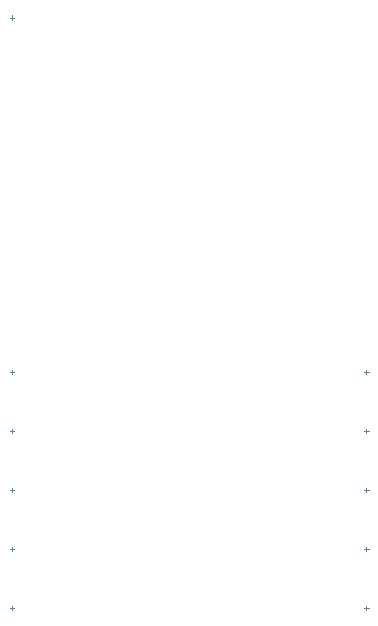
<source format=gbp>
G04*
G04 #@! TF.GenerationSoftware,Altium Limited,Altium Designer,21.8.1 (53)*
G04*
G04 Layer_Color=128*
%FSLAX43Y43*%
%MOMM*%
G71*
G04*
G04 #@! TF.SameCoordinates,254FD313-6811-457E-9EF1-8F19C8A8C8A9*
G04*
G04*
G04 #@! TF.FilePolarity,Positive*
G04*
G01*
G75*
%ADD14C,0.100*%
D14*
X120000Y57300D02*
Y57700D01*
X119800Y57500D02*
X120200D01*
X120000Y52300D02*
Y52700D01*
X119800Y52500D02*
X120200D01*
X120000Y47300D02*
Y47700D01*
X119800Y47500D02*
X120200D01*
X120000Y42300D02*
Y42700D01*
X119800Y42500D02*
X120200D01*
X90000Y92300D02*
Y92700D01*
X89800Y92500D02*
X90200D01*
X90000Y62300D02*
Y62700D01*
X89800Y62500D02*
X90200D01*
X90000Y42300D02*
Y42700D01*
X89800Y42500D02*
X90200D01*
X90000Y57300D02*
Y57700D01*
X89800Y57500D02*
X90200D01*
X90000Y52300D02*
Y52700D01*
X89800Y52500D02*
X90200D01*
X90000Y47300D02*
Y47700D01*
X89800Y47500D02*
X90200D01*
X120000Y62300D02*
Y62700D01*
X119800Y62500D02*
X120200D01*
M02*

</source>
